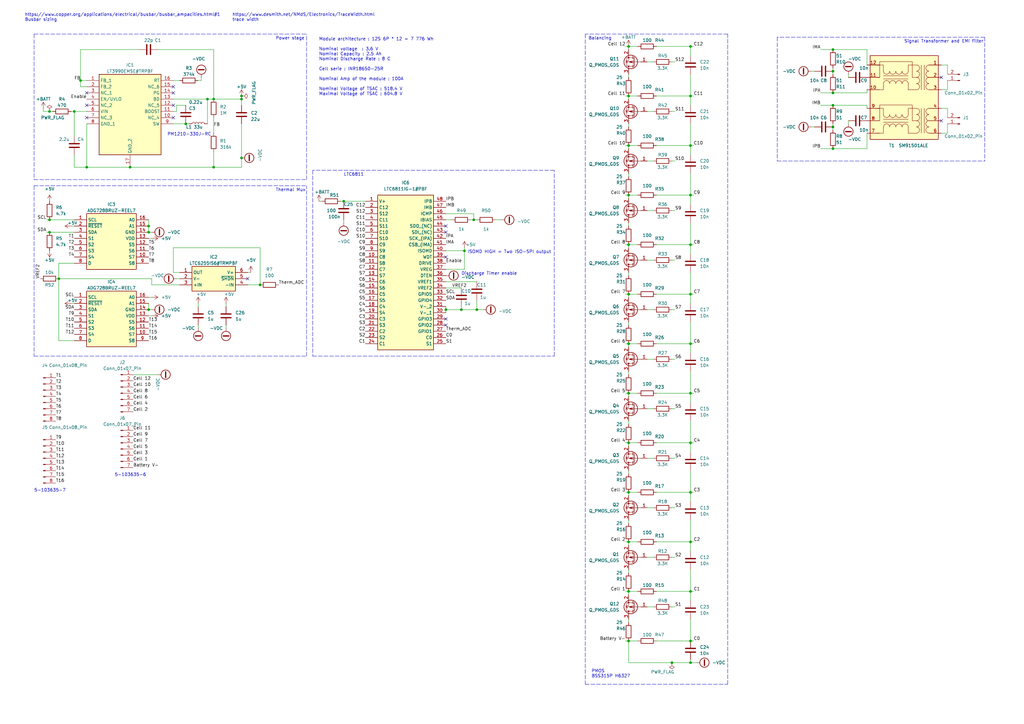
<source format=kicad_sch>
(kicad_sch (version 20231120) (generator "eeschema") (generator_version "8.0")
  (paper "A3")
  (junction (at 283.21 262.89))
  (junction (at 35.56 68.58))
  (junction (at 257.81 262.89))
  (junction (at 190.5 102.87))
  (junction (at 20.32 90.17))
  (junction (at 85.09 40.64))
  (junction (at 341.63 60.96))
  (junction (at 53.34 68.58))
  (junction (at 341.63 20.32))
  (junction (at 257.81 181.61))
  (junction (at 33.02 33.02))
  (junction (at 283.21 100.33))
  (junction (at 283.21 271.78))
  (junction (at 257.81 100.33))
  (junction (at 140.97 82.55))
  (junction (at 283.21 181.61))
  (junction (at 76.2 50.8))
  (junction (at 99.06 64.77))
  (junction (at 106.68 116.84))
  (junction (at 257.81 59.69))
  (junction (at 283.21 222.25))
  (junction (at 60.96 92.71))
  (junction (at 283.21 201.93))
  (junction (at 283.21 140.97))
  (junction (at 30.48 45.72))
  (junction (at 87.63 68.58))
  (junction (at 189.23 127))
  (junction (at 275.59 271.78))
  (junction (at 257.81 242.57))
  (junction (at 20.32 95.25))
  (junction (at 341.63 38.1))
  (junction (at 257.81 19.05))
  (junction (at 341.63 52.07))
  (junction (at 24.13 114.3))
  (junction (at 257.81 161.29))
  (junction (at 60.96 95.25))
  (junction (at 99.06 39.37))
  (junction (at 20.32 45.72))
  (junction (at 60.96 127))
  (junction (at 257.81 120.65))
  (junction (at 283.21 80.01))
  (junction (at 182.88 127))
  (junction (at 283.21 120.65))
  (junction (at 283.21 19.05))
  (junction (at 87.63 40.64))
  (junction (at 257.81 201.93))
  (junction (at 195.58 127))
  (junction (at 194.31 90.17))
  (junction (at 99.06 40.64))
  (junction (at 341.63 29.21))
  (junction (at 257.81 80.01))
  (junction (at 283.21 161.29))
  (junction (at 283.21 39.37))
  (junction (at 257.81 140.97))
  (junction (at 257.81 39.37))
  (junction (at 283.21 242.57))
  (junction (at 283.21 59.69))
  (junction (at 341.63 43.18))
  (junction (at 257.81 222.25))
  (no_connect (at 182.88 105.41))
  (no_connect (at 71.12 38.1))
  (no_connect (at 386.08 49.53))
  (no_connect (at 35.56 43.18))
  (no_connect (at 71.12 43.18))
  (no_connect (at 182.88 95.25))
  (no_connect (at 182.88 130.81))
  (no_connect (at 182.88 92.71))
  (no_connect (at 182.88 133.35))
  (no_connect (at 386.08 31.75))
  (no_connect (at 35.56 38.1))
  (no_connect (at 71.12 35.56))
  (no_connect (at 35.56 48.26))
  (no_connect (at 71.12 48.26))
  (no_connect (at 101.6 114.3))
  (wire (pts (xy 388.62 54.61) (xy 386.08 54.61)))
  (wire (pts (xy 82.55 31.75) (xy 82.55 33.02)))
  (wire (pts (xy 276.86 106.68) (xy 275.59 106.68)))
  (wire (pts (xy 265.43 106.68) (xy 267.97 106.68)))
  (wire (pts (xy 194.31 90.17) (xy 195.58 90.17)))
  (wire (pts (xy 85.09 40.64) (xy 85.09 50.8)))
  (wire (pts (xy 72.39 114.3) (xy 73.66 114.3)))
  (wire (pts (xy 283.21 201.93) (xy 283.21 205.74)))
  (polyline (pts (xy 240.03 280.67) (xy 298.45 280.67)) (stroke (width 0) (type dash)))
  (wire (pts (xy 33.02 20.32) (xy 33.02 33.02)))
  (wire (pts (xy 283.21 30.48) (xy 283.21 39.37)))
  (wire (pts (xy 283.21 262.89) (xy 284.48 262.89)))
  (wire (pts (xy 20.32 95.25) (xy 30.48 95.25)))
  (wire (pts (xy 257.81 172.72) (xy 257.81 173.99)))
  (wire (pts (xy 92.71 124.46) (xy 92.71 125.73)))
  (wire (pts (xy 347.98 49.53) (xy 347.98 50.8)))
  (wire (pts (xy 62.23 116.84) (xy 62.23 114.3)))
  (wire (pts (xy 60.96 92.71) (xy 60.96 95.25)))
  (wire (pts (xy 24.13 114.3) (xy 24.13 139.7)))
  (wire (pts (xy 265.43 187.96) (xy 267.97 187.96)))
  (wire (pts (xy 257.81 242.57) (xy 261.62 242.57)))
  (wire (pts (xy 257.81 71.12) (xy 257.81 72.39)))
  (wire (pts (xy 265.43 228.6) (xy 267.97 228.6)))
  (wire (pts (xy 257.81 50.8) (xy 257.81 52.07)))
  (wire (pts (xy 276.86 127) (xy 275.59 127)))
  (wire (pts (xy 257.81 222.25) (xy 261.62 222.25)))
  (wire (pts (xy 283.21 193.04) (xy 283.21 201.93)))
  (wire (pts (xy 257.81 59.69) (xy 261.62 59.69)))
  (wire (pts (xy 189.23 125.73) (xy 189.23 127)))
  (wire (pts (xy 60.96 95.25) (xy 62.23 95.25)))
  (wire (pts (xy 276.86 147.32) (xy 275.59 147.32)))
  (wire (pts (xy 194.31 87.63) (xy 194.31 90.17)))
  (wire (pts (xy 60.96 124.46) (xy 60.96 127)))
  (wire (pts (xy 130.81 82.55) (xy 132.08 82.55)))
  (wire (pts (xy 60.96 127) (xy 62.23 127)))
  (wire (pts (xy 256.54 19.05) (xy 257.81 19.05)))
  (wire (pts (xy 140.97 82.55) (xy 149.86 82.55)))
  (wire (pts (xy 19.05 95.25) (xy 20.32 95.25)))
  (wire (pts (xy 276.86 66.04) (xy 275.59 66.04)))
  (wire (pts (xy 283.21 100.33) (xy 283.21 104.14)))
  (wire (pts (xy 24.13 107.95) (xy 30.48 107.95)))
  (wire (pts (xy 256.54 140.97) (xy 257.81 140.97)))
  (wire (pts (xy 265.43 127) (xy 267.97 127)))
  (wire (pts (xy 73.66 116.84) (xy 62.23 116.84)))
  (wire (pts (xy 71.12 33.02) (xy 73.66 33.02)))
  (polyline (pts (xy 13.97 73.66) (xy 125.73 73.66)) (stroke (width 0) (type dash)))
  (wire (pts (xy 140.97 90.17) (xy 140.97 91.44)))
  (wire (pts (xy 60.96 97.79) (xy 62.23 97.79)))
  (wire (pts (xy 269.24 201.93) (xy 283.21 201.93)))
  (wire (pts (xy 257.81 91.44) (xy 257.81 92.71)))
  (wire (pts (xy 283.21 59.69) (xy 284.48 59.69)))
  (wire (pts (xy 257.81 132.08) (xy 257.81 133.35)))
  (wire (pts (xy 257.81 121.92) (xy 257.81 120.65)))
  (wire (pts (xy 257.81 142.24) (xy 257.81 140.97)))
  (wire (pts (xy 283.21 222.25) (xy 283.21 226.06)))
  (wire (pts (xy 257.81 181.61) (xy 261.62 181.61)))
  (wire (pts (xy 257.81 19.05) (xy 261.62 19.05)))
  (wire (pts (xy 276.86 86.36) (xy 275.59 86.36)))
  (wire (pts (xy 257.81 162.56) (xy 257.81 161.29)))
  (wire (pts (xy 257.81 140.97) (xy 261.62 140.97)))
  (wire (pts (xy 30.48 63.5) (xy 30.48 68.58)))
  (wire (pts (xy 195.58 127) (xy 198.12 127)))
  (wire (pts (xy 182.88 90.17) (xy 185.42 90.17)))
  (wire (pts (xy 283.21 161.29) (xy 284.48 161.29)))
  (wire (pts (xy 341.63 52.07) (xy 341.63 53.34)))
  (polyline (pts (xy 13.97 146.05) (xy 125.73 146.05)) (stroke (width 0) (type dash)))
  (wire (pts (xy 203.2 90.17) (xy 205.74 90.17)))
  (wire (pts (xy 101.6 116.84) (xy 106.68 116.84)))
  (wire (pts (xy 256.54 39.37) (xy 257.81 39.37)))
  (wire (pts (xy 35.56 68.58) (xy 53.34 68.58)))
  (wire (pts (xy 355.6 60.96) (xy 341.63 60.96)))
  (wire (pts (xy 275.59 271.78) (xy 257.81 271.78)))
  (wire (pts (xy 269.24 120.65) (xy 283.21 120.65)))
  (polyline (pts (xy 298.45 13.97) (xy 240.03 13.97)) (stroke (width 0) (type dash)))
  (wire (pts (xy 99.06 43.18) (xy 99.06 40.64)))
  (wire (pts (xy 257.81 193.04) (xy 257.81 194.31)))
  (wire (pts (xy 283.21 140.97) (xy 284.48 140.97)))
  (wire (pts (xy 257.81 201.93) (xy 261.62 201.93)))
  (wire (pts (xy 256.54 120.65) (xy 257.81 120.65)))
  (wire (pts (xy 388.62 36.83) (xy 386.08 36.83)))
  (wire (pts (xy 283.21 50.8) (xy 283.21 59.69)))
  (wire (pts (xy 182.88 110.49) (xy 190.5 110.49)))
  (wire (pts (xy 283.21 140.97) (xy 283.21 144.78)))
  (wire (pts (xy 355.6 54.61) (xy 355.6 60.96)))
  (polyline (pts (xy 227.33 69.85) (xy 128.27 69.85)) (stroke (width 0) (type dash)))
  (wire (pts (xy 269.24 59.69) (xy 283.21 59.69)))
  (wire (pts (xy 283.21 254) (xy 283.21 262.89)))
  (wire (pts (xy 257.81 243.84) (xy 257.81 242.57)))
  (polyline (pts (xy 125.73 146.05) (xy 125.73 76.2)) (stroke (width 0) (type dash)))
  (wire (pts (xy 24.13 114.3) (xy 24.13 107.95)))
  (wire (pts (xy 355.6 38.1) (xy 341.63 38.1)))
  (wire (pts (xy 388.62 50.8) (xy 388.62 54.61)))
  (wire (pts (xy 71.12 40.64) (xy 85.09 40.64)))
  (wire (pts (xy 265.43 66.04) (xy 267.97 66.04)))
  (polyline (pts (xy 240.03 13.97) (xy 240.03 280.67)) (stroke (width 0) (type dash)))
  (wire (pts (xy 283.21 100.33) (xy 284.48 100.33)))
  (wire (pts (xy 24.13 114.3) (xy 62.23 114.3)))
  (wire (pts (xy 336.55 38.1) (xy 341.63 38.1)))
  (polyline (pts (xy 13.97 76.2) (xy 125.73 76.2)) (stroke (width 0) (type dash)))
  (wire (pts (xy 269.24 262.89) (xy 283.21 262.89)))
  (wire (pts (xy 87.63 68.58) (xy 87.63 62.23)))
  (wire (pts (xy 265.43 208.28) (xy 267.97 208.28)))
  (wire (pts (xy 283.21 39.37) (xy 283.21 43.18)))
  (wire (pts (xy 276.86 248.92) (xy 275.59 248.92)))
  (wire (pts (xy 190.5 110.49) (xy 190.5 102.87)))
  (wire (pts (xy 257.81 40.64) (xy 257.81 39.37)))
  (wire (pts (xy 53.34 68.58) (xy 87.63 68.58)))
  (wire (pts (xy 283.21 181.61) (xy 283.21 185.42)))
  (wire (pts (xy 19.05 90.17) (xy 20.32 90.17)))
  (wire (pts (xy 336.55 20.32) (xy 341.63 20.32)))
  (wire (pts (xy 257.81 233.68) (xy 257.81 234.95)))
  (polyline (pts (xy 318.77 15.24) (xy 318.77 66.04)) (stroke (width 0) (type dash)))
  (wire (pts (xy 33.02 35.56) (xy 35.56 35.56)))
  (wire (pts (xy 20.32 90.17) (xy 30.48 90.17)))
  (wire (pts (xy 269.24 19.05) (xy 283.21 19.05)))
  (polyline (pts (xy 13.97 76.2) (xy 13.97 146.05)) (stroke (width 0) (type dash)))
  (wire (pts (xy 388.62 33.02) (xy 388.62 36.83)))
  (wire (pts (xy 182.88 125.73) (xy 182.88 127)))
  (wire (pts (xy 71.12 50.8) (xy 76.2 50.8)))
  (wire (pts (xy 332.74 52.07) (xy 334.01 52.07)))
  (wire (pts (xy 341.63 50.8) (xy 341.63 52.07)))
  (wire (pts (xy 269.24 181.61) (xy 283.21 181.61)))
  (wire (pts (xy 76.2 50.8) (xy 77.47 50.8)))
  (wire (pts (xy 265.43 167.64) (xy 267.97 167.64)))
  (wire (pts (xy 139.7 82.55) (xy 140.97 82.55)))
  (wire (pts (xy 99.06 64.77) (xy 99.06 68.58)))
  (wire (pts (xy 355.6 44.45) (xy 355.6 43.18)))
  (wire (pts (xy 265.43 248.92) (xy 267.97 248.92)))
  (wire (pts (xy 64.77 20.32) (xy 87.63 20.32)))
  (wire (pts (xy 195.58 123.19) (xy 195.58 127)))
  (wire (pts (xy 182.88 102.87) (xy 190.5 102.87)))
  (wire (pts (xy 283.21 19.05) (xy 283.21 22.86)))
  (wire (pts (xy 257.81 213.36) (xy 257.81 214.63)))
  (wire (pts (xy 33.02 33.02) (xy 33.02 35.56)))
  (wire (pts (xy 99.06 40.64) (xy 87.63 40.64)))
  (wire (pts (xy 257.81 271.78) (xy 257.81 262.89)))
  (wire (pts (xy 283.21 120.65) (xy 283.21 124.46)))
  (wire (pts (xy 283.21 222.25) (xy 284.48 222.25)))
  (wire (pts (xy 60.96 129.54) (xy 62.23 129.54)))
  (wire (pts (xy 283.21 161.29) (xy 283.21 165.1)))
  (wire (pts (xy 257.81 152.4) (xy 257.81 153.67)))
  (polyline (pts (xy 403.86 15.24) (xy 318.77 15.24)) (stroke (width 0) (type dash)))
  (wire (pts (xy 355.6 43.18) (xy 341.63 43.18)))
  (wire (pts (xy 257.81 30.48) (xy 257.81 31.75)))
  (wire (pts (xy 99.06 39.37) (xy 99.06 40.64)))
  (polyline (pts (xy 403.86 15.24) (xy 403.86 66.04)) (stroke (width 0) (type dash)))
  (wire (pts (xy 283.21 111.76) (xy 283.21 120.65)))
  (wire (pts (xy 355.6 26.67) (xy 355.6 20.32)))
  (wire (pts (xy 20.32 45.72) (xy 21.59 45.72)))
  (wire (pts (xy 276.86 167.64) (xy 275.59 167.64)))
  (wire (pts (xy 283.21 91.44) (xy 283.21 100.33)))
  (polyline (pts (xy 128.27 146.05) (xy 227.33 146.05)) (stroke (width 0) (type dash)))
  (wire (pts (xy 276.86 208.28) (xy 275.59 208.28)))
  (wire (pts (xy 257.81 80.01) (xy 261.62 80.01)))
  (wire (pts (xy 71.12 101.6) (xy 71.12 111.76)))
  (polyline (pts (xy 318.77 66.04) (xy 403.86 66.04)) (stroke (width 0) (type dash)))
  (wire (pts (xy 35.56 50.8) (xy 35.56 68.58)))
  (wire (pts (xy 341.63 29.21) (xy 341.63 27.94)))
  (wire (pts (xy 257.81 111.76) (xy 257.81 113.03)))
  (wire (pts (xy 283.21 120.65) (xy 284.48 120.65)))
  (wire (pts (xy 257.81 39.37) (xy 261.62 39.37)))
  (wire (pts (xy 269.24 140.97) (xy 283.21 140.97)))
  (wire (pts (xy 257.81 101.6) (xy 257.81 100.33)))
  (wire (pts (xy 283.21 242.57) (xy 283.21 246.38)))
  (wire (pts (xy 388.62 26.67) (xy 386.08 26.67)))
  (wire (pts (xy 256.54 181.61) (xy 257.81 181.61)))
  (wire (pts (xy 265.43 45.72) (xy 267.97 45.72)))
  (wire (pts (xy 189.23 127) (xy 195.58 127)))
  (wire (pts (xy 265.43 147.32) (xy 267.97 147.32)))
  (wire (pts (xy 355.6 36.83) (xy 355.6 38.1)))
  (wire (pts (xy 285.75 271.78) (xy 283.21 271.78)))
  (wire (pts (xy 257.81 100.33) (xy 261.62 100.33)))
  (wire (pts (xy 71.12 45.72) (xy 72.39 45.72)))
  (wire (pts (xy 341.63 30.48) (xy 341.63 29.21)))
  (wire (pts (xy 283.21 271.78) (xy 283.21 270.51)))
  (wire (pts (xy 87.63 68.58) (xy 99.06 68.58)))
  (wire (pts (xy 336.55 43.18) (xy 341.63 43.18)))
  (wire (pts (xy 71.12 111.76) (xy 73.66 111.76)))
  (wire (pts (xy 81.28 33.02) (xy 82.55 33.02)))
  (wire (pts (xy 29.21 124.46) (xy 30.48 124.46)))
  (wire (pts (xy 257.81 262.89) (xy 261.62 262.89)))
  (polyline (pts (xy 13.97 13.97) (xy 13.97 73.66)) (stroke (width 0) (type dash)))
  (wire (pts (xy 256.54 100.33) (xy 257.81 100.33)))
  (wire (pts (xy 355.6 20.32) (xy 341.63 20.32)))
  (wire (pts (xy 283.21 59.69) (xy 283.21 63.5)))
  (wire (pts (xy 106.68 101.6) (xy 71.12 101.6)))
  (wire (pts (xy 30.48 45.72) (xy 35.56 45.72)))
  (wire (pts (xy 283.21 39.37) (xy 284.48 39.37)))
  (wire (pts (xy 17.78 45.72) (xy 20.32 45.72)))
  (wire (pts (xy 60.96 121.92) (xy 62.23 121.92)))
  (wire (pts (xy 283.21 201.93) (xy 284.48 201.93)))
  (wire (pts (xy 283.21 213.36) (xy 283.21 222.25)))
  (wire (pts (xy 283.21 152.4) (xy 283.21 161.29)))
  (wire (pts (xy 182.88 87.63) (xy 194.31 87.63)))
  (polyline (pts (xy 298.45 280.67) (xy 298.45 13.97)) (stroke (width 0) (type dash)))
  (wire (pts (xy 106.68 116.84) (xy 106.68 101.6)))
  (wire (pts (xy 256.54 262.89) (xy 257.81 262.89)))
  (wire (pts (xy 81.28 124.46) (xy 81.28 125.73)))
  (wire (pts (xy 257.81 182.88) (xy 257.81 181.61)))
  (wire (pts (xy 283.21 19.05) (xy 284.48 19.05)))
  (wire (pts (xy 269.24 100.33) (xy 283.21 100.33)))
  (wire (pts (xy 257.81 254) (xy 257.81 255.27)))
  (wire (pts (xy 17.78 44.45) (xy 17.78 45.72)))
  (wire (pts (xy 332.74 29.21) (xy 334.01 29.21)))
  (wire (pts (xy 256.54 222.25) (xy 257.81 222.25)))
  (wire (pts (xy 269.24 161.29) (xy 283.21 161.29)))
  (wire (pts (xy 33.02 33.02) (xy 35.56 33.02)))
  (wire (pts (xy 256.54 201.93) (xy 257.81 201.93)))
  (wire (pts (xy 85.09 40.64) (xy 87.63 40.64)))
  (wire (pts (xy 283.21 80.01) (xy 283.21 83.82)))
  (wire (pts (xy 256.54 59.69) (xy 257.81 59.69)))
  (wire (pts (xy 388.62 44.45) (xy 386.08 44.45)))
  (wire (pts (xy 60.96 90.17) (xy 60.96 92.71)))
  (wire (pts (xy 256.54 161.29) (xy 257.81 161.29)))
  (wire (pts (xy 276.86 25.4) (xy 275.59 25.4)))
  (wire (pts (xy 57.15 20.32) (xy 33.02 20.32)))
  (polyline (pts (xy 125.73 73.66) (xy 125.73 13.97)) (stroke (width 0) (type dash)))
  (wire (pts (xy 283.21 242.57) (xy 284.48 242.57)))
  (wire (pts (xy 81.28 133.35) (xy 81.28 134.62)))
  (wire (pts (xy 193.04 90.17) (xy 194.31 90.17)))
  (wire (pts (xy 29.21 92.71) (xy 30.48 92.71)))
  (polyline (pts (xy 13.97 13.97) (xy 125.73 13.97)) (stroke (width 0) (type dash)))
  (wire (pts (xy 276.86 45.72) (xy 275.59 45.72)))
  (wire (pts (xy 269.24 80.01) (xy 283.21 80.01)))
  (wire (pts (xy 257.81 81.28) (xy 257.81 80.01)))
  (wire (pts (xy 76.2 43.18) (xy 72.39 43.18)))
  (polyline (pts (xy 227.33 146.05) (xy 227.33 69.85)) (stroke (width 0) (type dash)))
  (wire (pts (xy 283.21 233.68) (xy 283.21 242.57)))
  (wire (pts (xy 283.21 132.08) (xy 283.21 140.97)))
  (wire (pts (xy 87.63 48.26) (xy 87.63 54.61)))
  (wire (pts (xy 283.21 80.01) (xy 284.48 80.01)))
  (wire (pts (xy 283.21 271.78) (xy 275.59 271.78)))
  (wire (pts (xy 269.24 242.57) (xy 283.21 242.57)))
  (wire (pts (xy 30.48 68.58) (xy 35.56 68.58)))
  (wire (pts (xy 182.88 115.57) (xy 195.58 115.57)))
  (wire (pts (xy 87.63 20.32) (xy 87.63 40.64)))
  (wire (pts (xy 388.62 30.48) (xy 388.62 26.67)))
  (wire (pts (xy 101.6 111.76) (xy 102.87 111.76)))
  (wire (pts (xy 182.88 127) (xy 182.88 128.27)))
  (wire (pts (xy 99.06 50.8) (xy 99.06 64.77)))
  (wire (pts (xy 276.86 187.96) (xy 275.59 187.96)))
  (wire (pts (xy 257.81 223.52) (xy 257.81 222.25)))
  (wire (pts (xy 182.88 118.11) (xy 189.23 118.11)))
  (wire (pts (xy 190.5 101.6) (xy 190.5 102.87)))
  (wire (pts (xy 256.54 242.57) (xy 257.81 242.57)))
  (wire (pts (xy 54.61 153.67) (xy 64.77 153.67)))
  (wire (pts (xy 276.86 228.6) (xy 275.59 228.6)))
  (wire (pts (xy 92.71 133.35) (xy 92.71 134.62)))
  (wire (pts (xy 269.24 222.25) (xy 283.21 222.25)))
  (wire (pts (xy 72.39 43.18) (xy 72.39 45.72)))
  (wire (pts (xy 347.98 31.75) (xy 347.98 30.48)))
  (wire (pts (xy 283.21 71.12) (xy 283.21 80.01)))
  (wire (pts (xy 30.48 45.72) (xy 30.48 55.88)))
  (wire (pts (xy 257.81 161.29) (xy 261.62 161.29)))
  (wire (pts (xy 257.81 120.65) (xy 261.62 120.65)))
  (wire (pts (xy 269.24 39.37) (xy 283.21 39.37)))
  (wire (pts (xy 265.43 86.36) (xy 267.97 86.36)))
  (wire (pts (xy 182.88 127) (xy 189.23 127)))
  (wire (pts (xy 256.54 80.01) (xy 257.81 80.01)))
  (wire (pts (xy 283.21 181.61) (xy 284.48 181.61)))
  (wire (pts (xy 336.55 60.96) (xy 341.63 60.96)))
  (polyline (pts (xy 128.27 69.85) (xy 128.27 146.05)) (stroke (width 0) (type dash)))
  (wire (pts (xy 29.21 45.72) (xy 30.48 45.72)))
  (wire (pts (xy 257.81 60.96) (xy 257.81 59.69)))
  (wire (pts (xy 283.21 172.72) (xy 283.21 181.61)))
  (wire (pts (xy 257.81 20.32) (xy 257.81 19.05)))
  (wire (pts (xy 257.81 203.2) (xy 257.81 201.93)))
  (wire (pts (xy 388.62 48.26) (xy 388.62 44.45)))
  (wire (pts (xy 30.48 139.7) (xy 24.13 139.7)))
  (wire (pts (xy 265.43 25.4) (xy 267.97 25.4)))
  (text "Module architecture : 12S 6P * 12 = 7 776 Wh\n\nNominal voltage  : 3.6 V \nNominal Capacity : 2.5 Ah\nNominal Discharge Rate : 8 C\n\nCell serie : INR18650-25R\n\nNominal Amp of the module : 100A \n\nNominal Voltage of TSAC : 518.4 V\nMaximal Voltage of TSAC : 604.8 V" (at 130.81 39.37 0) (effects (font (size 1.27 1.27)) (justify left bottom)))
  (text "PMOS \nBSS315P H6327\n" (at 242.57 278.13 0) (effects (font (size 1.27 1.27)) (justify left bottom)))
  (text "PM1210-330J-RC\n" (at 68.58 55.88 0) (effects (font (size 1.27 1.27)) (justify left bottom)))
  (text "Balancing\n" (at 241.3 16.51 0) (effects (font (size 1.27 1.27)) (justify left bottom)))
  (text "Thermal Mux\n" (at 113.03 78.74 0) (effects (font (size 1.27 1.27)) (justify left bottom)))
  (text "Power stage" (at 113.03 16.51 0) (effects (font (size 1.27 1.27)) (justify left bottom)))
  (text "Signal Transformer and EMI filter\n" (at 370.84 17.78 0) (effects (font (size 1.27 1.27)) (justify left bottom)))
  (text "LTC6811" (at 140.97 72.39 0) (effects (font (size 1.27 1.27)) (justify left bottom)))
  (text "https://www.desmith.net/NMdS/Electronics/TraceWidth.html\ntrace width" (at 95.25 8.89 0) (effects (font (size 1.27 1.27)) (justify left bottom)))
  (text "5-103635-7\n" (at 13.97 201.93 0) (effects (font (size 1.27 1.27)) (justify left bottom)))
  (text "https://www.copper.org/applications/electrical/busbar/busbar_ampacities.html#1\nBusbar sizing\n" (at 10.16 8.89 0) (effects (font (size 1.27 1.27)) (justify left bottom)))
  (text "5-103635-6\n" (at 46.99 195.58 0) (effects (font (size 1.27 1.27)) (justify left bottom)))
  (text "ISOMD HIGH = Two ISO-SPI output\n" (at 191.77 104.14 0) (effects (font (size 1.27 1.27)) (justify left bottom)))
  (text "Discharge Timer enable" (at 189.23 113.03 0) (effects (font (size 1.27 1.27)) (justify left bottom)))
  (label "T4" (at 22.86 162.56 0))
  (label "C11" (at 284.48 39.37 0))
  (label "Cell 4" (at 256.54 181.61 180))
  (label "S6" (at 149.86 118.11 180))
  (label "S11" (at 149.86 92.71 180))
  (label "C7" (at 284.48 120.65 0))
  (label "Therm_ADC" (at 114.3 116.84 0))
  (label "Cell 3" (at 54.61 186.69 0))
  (label "Cell 9" (at 54.61 179.07 0))
  (label "T14" (at 60.96 134.62 0))
  (label "Enable" (at 35.56 40.64 180))
  (label "SDA" (at 30.48 127 180))
  (label "S7" (at 149.86 113.03 180))
  (label "Battery V-" (at 256.54 262.89 180))
  (label "C2" (at 149.86 135.89 180))
  (label "Cell 6" (at 54.61 163.83 0))
  (label "FB" (at 33.02 33.02 180))
  (label "C0" (at 182.88 138.43 0))
  (label "C5" (at 149.86 120.65 180))
  (label "S5" (at 149.86 123.19 180))
  (label "C6" (at 149.86 115.57 180))
  (label "C9" (at 284.48 80.01 0))
  (label "Cell 1" (at 256.54 242.57 180))
  (label "S9" (at 276.86 86.36 0))
  (label "S10" (at 276.86 66.04 0))
  (label "T12" (at 30.48 137.16 180))
  (label "SCL" (at 30.48 121.92 180))
  (label "Cell 5" (at 256.54 161.29 180))
  (label "Cell 1" (at 54.61 189.23 0))
  (label "Cell 8" (at 54.61 161.29 0))
  (label "C12" (at 284.48 19.05 0))
  (label "Therm_ADC" (at 182.88 135.89 0))
  (label "Cell 5" (at 54.61 184.15 0))
  (label "Cell 6" (at 256.54 140.97 180))
  (label "Cell 4" (at 54.61 166.37 0))
  (label "T16" (at 60.96 139.7 0))
  (label "S5" (at 276.86 167.64 0))
  (label "S11" (at 276.86 45.72 0))
  (label "C12" (at 149.86 85.09 180))
  (label "Cell 8" (at 256.54 100.33 180))
  (label "Cell 2" (at 256.54 222.25 180))
  (label "T15" (at 60.96 137.16 0))
  (label "S2" (at 276.86 228.6 0))
  (label "Cell 3" (at 256.54 201.93 180))
  (label "Cell 10" (at 54.61 158.75 0))
  (label "S3" (at 276.86 208.28 0))
  (label "IPA" (at 182.88 97.79 0))
  (label "T3" (at 22.86 160.02 0))
  (label "IMB" (at 336.55 43.18 180))
  (label "T7" (at 60.96 105.41 0))
  (label "T1" (at 22.86 154.94 0))
  (label "T11" (at 30.48 134.62 180))
  (label "IMB" (at 182.88 85.09 0))
  (label "T10" (at 30.48 132.08 180))
  (label "T6" (at 22.86 167.64 0))
  (label "S12" (at 149.86 87.63 180))
  (label "C10" (at 284.48 59.69 0))
  (label "S1" (at 276.86 248.92 0))
  (label "C2" (at 284.48 222.25 0))
  (label "IPB" (at 336.55 60.96 180))
  (label "Cell 12" (at 54.61 156.21 0))
  (label "C0" (at 284.48 262.89 0))
  (label "C11" (at 149.86 90.17 180))
  (label "S4" (at 149.86 128.27 180))
  (label "Cell 9" (at 256.54 80.01 180))
  (label "S8" (at 276.86 106.68 0))
  (label "S9" (at 149.86 102.87 180))
  (label "Cell 11" (at 54.61 176.53 0))
  (label "S2" (at 149.86 138.43 180))
  (label "T8" (at 60.96 107.95 0))
  (label "SDA" (at 182.88 123.19 0))
  (label "FB" (at 87.63 52.07 0))
  (label "Cell 11" (at 256.54 39.37 180))
  (label "T4" (at 30.48 105.41 180))
  (label "T13" (at 60.96 132.08 0))
  (label "VREF2" (at 16.51 114.3 90))
  (label "Cell 12" (at 256.54 19.05 180))
  (label "T5" (at 22.86 165.1 0))
  (label "SCL" (at 19.05 90.17 180))
  (label "IPA" (at 336.55 38.1 180))
  (label "Battery V-" (at 54.61 191.77 0))
  (label "C1" (at 284.48 242.57 0))
  (label "T3" (at 30.48 102.87 180))
  (label "T2" (at 22.86 157.48 0))
  (label "T7" (at 22.86 170.18 0))
  (label "SDA" (at 19.05 95.25 180))
  (label "S12" (at 276.86 25.4 0))
  (label "VREF2" (at 185.42 118.11 0))
  (label "T8" (at 22.86 172.72 0))
  (label "S1" (at 182.88 140.97 0))
  (label "C3" (at 284.48 201.93 0))
  (label "T12" (at 22.86 187.96 0))
  (label "S8" (at 149.86 107.95 180))
  (label "C10" (at 149.86 95.25 180))
  (label "SCL" (at 182.88 120.65 0))
  (label "T9" (at 30.48 129.54 180))
  (label "C8" (at 284.48 100.33 0))
  (label "T15" (at 22.86 195.58 0))
  (label "S10" (at 149.86 97.79 180))
  (label "T1" (at 30.48 97.79 180))
  (label "T2" (at 30.48 100.33 180))
  (label "Cell 7" (at 54.61 181.61 0))
  (label "S3" (at 149.86 133.35 180))
  (label "T6" (at 60.96 102.87 0))
  (label "T9" (at 22.86 180.34 0))
  (label "T13" (at 22.86 190.5 0))
  (label "C4" (at 284.48 181.61 0))
  (label "Cell 2" (at 54.61 168.91 0))
  (label "C9" (at 149.86 100.33 180))
  (label "T11" (at 22.86 185.42 0))
  (label "C8" (at 149.86 105.41 180))
  (label "Cell 7" (at 256.54 120.65 180))
  (label "IPB" (at 182.88 82.55 0))
  (label "T14" (at 22.86 193.04 0))
  (label "Cell 10" (at 256.54 59.69 180))
  (label "IMA" (at 336.55 20.32 180))
  (label "C5" (at 284.48 161.29 0))
  (label "C1" (at 149.86 140.97 180))
  (label "Enable" (at 182.88 107.95 0))
  (label "S6" (at 276.86 147.32 0))
  (label "C4" (at 149.86 125.73 180))
  (label "IMA" (at 182.88 100.33 0))
  (label "C3" (at 149.86 130.81 180))
  (label "S7" (at 276.86 127 0))
  (label "T16" (at 22.86 198.12 0))
  (label "T5" (at 60.96 100.33 0))
  (label "C6" (at 284.48 140.97 0))
  (label "C7" (at 149.86 110.49 180))
  (label "S4" (at 276.86 187.96 0))
  (label "T10" (at 22.86 182.88 0))
  (symbol (lib_id "Device:Q_PMOS_GSD") (at 260.35 127 180) (unit 1)
    (property "Reference" "Q6" (at 254 125.73 0) (effects (justify left)))
    (property "Value" "Q_PMOS_GDS" (at 254 128.27 0) (effects (justify left)))
    (property "Footprint" "EPSA:SOT-23-3" (effects (hide yes)))
  )
  (symbol (lib_id "Device:C") (at 351.79 49.53 90) (unit 1)
    (property "Reference" "C7" (at 354.33 48.26 90))
    (property "Value" "10n" (at 354.33 53.34 90))
    (property "Footprint" "Capacitor_SMD:C_0805_2012Metric_Pad1.18x1.45mm_HandSolder" (effects (hide yes)))
  )
  (symbol (lib_id "EPSA_lib:LTC6255IS6#TRMPBF") (at 73.66 111.76 0) (unit 1)
    (property "Reference" "IC2" (at 87.63 105.41 0))
    (property "Value" "LTC6255IS6#TRMPBF" (at 87.63 107.95 0))
    (property "Footprint" "EPSA:SOT95P280X100-6N" (effects (hide yes)))
    (property "Datasheet" "http://www.analog.com/media/en/technical-documentation/data-sheets/625567fd.pdf" (effects (hide yes)))
    (property "Description" "A remplacer par MAX4239AUT+T (voir LIB)" (effects (hide yes)))
    (property "Height" "1" (effects (hide yes)))
    (property "Mouser Part Number" "584-LTC6255IS6TRMPBF" (effects (hide yes)))
    (property "Mouser Price/Stock" "https://www.mouser.co.uk/ProductDetail/Analog-Devices/LTC6255IS6TRMPBF?qs=hVkxg5c3xu%252BM0aXXLk0hVA%3D%3D" (effects (hide yes)))
    (property "Manufacturer_Name" "Analog Devices" (effects (hide yes)))
    (property "Manufacturer_Part_Number" "LTC6255IS6#TRMPBF" (effects (hide yes)))
  )
  (symbol (lib_id "power:+5V") (at 29.21 92.71 90) (unit 1)
    (property "Reference" "#PWR014" (effects (hide yes)))
    (property "Value" "+5V" (at 31.75 91.44 90) (effects (justify left)))
  )
  (symbol (lib_id "power:-VDC") (at 347.98 50.8 180) (unit 1)
    (property "Reference" "#PWR023" (effects (hide yes)))
    (property "Value" "-VDC" (at 350.52 57.15 0))
  )
  (symbol (lib_id "Device:R") (at 265.43 59.69 90) (unit 1)
    (property "Reference" "R38" (at 270.51 57.15 90))
    (property "Value" "100" (at 265.43 55.88 90))
    (property "Footprint" "Resistor_SMD:R_1206_3216Metric_Pad1.30x1.75mm_HandSolder" (effects (hide yes)))
  )
  (symbol (lib_id "Device:R") (at 257.81 157.48 180) (unit 1)
    (property "Reference" "R25" (at 252.73 156.21 0) (effects (justify right)))
    (property "Value" "25" (at 252.73 153.67 0) (effects (justify right)))
    (property "Footprint" "Resistor_SMD:R_2512_6332Metric_Pad1.40x3.35mm_HandSolder" (effects (hide yes)))
    (property "Description" "RC2512FK-0724RL " (effects (hide yes)))
  )
  (symbol (lib_id "Device:R") (at 271.78 167.64 90) (unit 1)
    (property "Reference" "R24" (at 271.78 165.1 90))
    (property "Value" "3.3K" (at 271.78 170.18 90))
    (property "Footprint" "Resistor_SMD:R_1206_3216Metric_Pad1.30x1.75mm_HandSolder" (effects (hide yes)))
  )
  (symbol (lib_id "Device:R") (at 271.78 248.92 90) (unit 1)
    (property "Reference" "R48" (at 271.78 246.38 90))
    (property "Value" "3.3K" (at 271.78 251.46 90))
    (property "Footprint" "Resistor_SMD:R_1206_3216Metric_Pad1.30x1.75mm_HandSolder" (effects (hide yes)))
  )
  (symbol (lib_id "power:+5V") (at 62.23 97.79 270) (unit 1)
    (property "Reference" "#PWR011" (effects (hide yes)))
    (property "Value" "+5V" (at 66.04 97.79 90) (effects (justify left)))
  )
  (symbol (lib_id "Device:C") (at 283.21 26.67 0) (unit 1)
    (property "Reference" "C22" (at 287.02 25.4 0) (effects (justify left)))
    (property "Value" "10n" (at 287.02 27.94 0) (effects (justify left)))
    (property "Footprint" "Capacitor_SMD:C_0805_2012Metric_Pad1.18x1.45mm_HandSolder" (effects (hide yes)))
  )
  (symbol (lib_id "Device:R") (at 265.43 181.61 90) (unit 1)
    (property "Reference" "R20" (at 270.51 179.07 90))
    (property "Value" "100" (at 265.43 177.8 90))
    (property "Footprint" "Resistor_SMD:R_1206_3216Metric_Pad1.30x1.75mm_HandSolder" (effects (hide yes)))
  )
  (symbol (lib_id "Device:R") (at 265.43 242.57 90) (unit 1)
    (property "Reference" "R15" (at 270.51 240.03 90))
    (property "Value" "100" (at 265.43 240.03 90))
    (property "Footprint" "Resistor_SMD:R_1206_3216Metric_Pad1.30x1.75mm_HandSolder" (effects (hide yes)))
  )
  (symbol (lib_id "Connector:Conn_01x02_Pin") (at 393.7 50.8 180) (unit 1)
    (property "Reference" "J1" (at 394.97 48.26 0) (effects (justify right)))
    (property "Value" "Conn_01x02_Pin" (at 387.35 55.88 0) (effects (justify right)))
    (property "Footprint" "EPSA:RHDR2W97P0X254_1X2_654X508X1379P" (effects (hide yes)))
  )
  (symbol (lib_id "Device:R") (at 265.43 100.33 90) (unit 1)
    (property "Reference" "R32" (at 270.51 97.79 90))
    (property "Value" "100" (at 265.43 96.52 90))
    (property "Footprint" "Resistor_SMD:R_1206_3216Metric_Pad1.30x1.75mm_HandSolder" (effects (hide yes)))
  )
  (symbol (lib_id "Device:R") (at 265.43 39.37 90) (unit 1)
    (property "Reference" "R41" (at 270.51 36.83 90))
    (property "Value" "100" (at 265.43 35.56 90))
    (property "Footprint" "Resistor_SMD:R_1206_3216Metric_Pad1.30x1.75mm_HandSolder" (effects (hide yes)))
  )
  (symbol (lib_id "Device:R") (at 271.78 25.4 90) (unit 1)
    (property "Reference" "R45" (at 271.78 22.86 90))
    (property "Value" "3.3K" (at 271.78 27.94 90))
    (property "Footprint" "Resistor_SMD:R_1206_3216Metric_Pad1.30x1.75mm_HandSolder" (effects (hide yes)))
  )
  (symbol (lib_id "power:-VDC") (at 92.71 134.62 180) (unit 1)
    (property "Reference" "#PWR031" (effects (hide yes)))
    (property "Value" "-VDC" (at 91.44 134.62 0) (effects (justify left)))
  )
  (symbol (lib_id "Device:R") (at 341.63 34.29 0) (mirror y) (unit 1)
    (property "Reference" "R11" (at 342.9 35.56 0) (effects (justify right)))
    (property "Value" "51" (at 342.9 33.02 0) (effects (justify right)))
    (property "Footprint" "Resistor_SMD:R_1206_3216Metric_Pad1.30x1.75mm_HandSolder" (effects (hide yes)))
  )
  (symbol (lib_id "power:+BATT") (at 130.81 82.55 0) (unit 1)
    (property "Reference" "#PWR030" (effects (hide yes)))
    (property "Value" "+BATT" (at 132.08 78.74 0))
  )
  (symbol (lib_id "Device:Q_PMOS_GSD") (at 260.35 228.6 180) (unit 1)
    (property "Reference" "Q1" (at 254 227.33 0) (effects (justify left)))
    (property "Value" "Q_PMOS_GDS" (at 254 229.87 0) (effects (justify left)))
    (property "Footprint" "EPSA:SOT-23-3" (effects (hide yes)))
  )
  (symbol (lib_id "Device:L") (at 81.28 50.8 90) (unit 1)
    (property "Reference" "L1" (at 77.47 52.07 90))
    (property "Value" "33u" (at 81.28 52.07 90))
    (property "Footprint" "Inductor_SMD:L_1210_3225Metric_Pad1.42x2.65mm_HandSolder" (effects (hide yes)))
  )
  (symbol (lib_id "Device:R") (at 265.43 80.01 90) (unit 1)
    (property "Reference" "R35" (at 270.51 77.47 90))
    (property "Value" "100" (at 265.43 76.2 90))
    (property "Footprint" "Resistor_SMD:R_1206_3216Metric_Pad1.30x1.75mm_HandSolder" (effects (hide yes)))
  )
  (symbol (lib_id "power:-VDC") (at 72.39 114.3 90) (unit 1)
    (property "Reference" "#PWR015" (effects (hide yes)))
    (property "Value" "-VDC" (at 67.31 113.03 90) (effects (justify left)))
  )
  (symbol (lib_id "Device:C") (at 60.96 20.32 90) (unit 1)
    (property "Reference" "C1" (at 64.77 16.51 90))
    (property "Value" "22p" (at 60.96 16.51 90))
    (property "Footprint" "Capacitor_SMD:C_0805_2012Metric_Pad1.18x1.45mm_HandSolder" (effects (hide yes)))
  )
  (symbol (lib_id "Device:C") (at 81.28 129.54 0) (unit 1)
    (property "Reference" "C5" (at 85.09 128.27 0) (effects (justify left)))
    (property "Value" "1u" (at 85.09 130.81 0) (effects (justify left)))
    (property "Footprint" "Capacitor_SMD:C_0805_2012Metric_Pad1.18x1.45mm_HandSolder" (effects (hide yes)))
  )
  (symbol (lib_id "Device:R") (at 110.49 116.84 90) (unit 1)
    (property "Reference" "R7" (at 110.49 110.49 90))
    (property "Value" "100" (at 110.49 113.03 90))
    (property "Footprint" "Resistor_SMD:R_1206_3216Metric_Pad1.30x1.75mm_HandSolder" (effects (hide yes)))
  )
  (symbol (lib_id "Device:R") (at 265.43 120.65 90) (unit 1)
    (property "Reference" "R29" (at 270.51 118.11 90))
    (property "Value" "100" (at 265.43 116.84 90))
    (property "Footprint" "Resistor_SMD:R_1206_3216Metric_Pad1.30x1.75mm_HandSolder" (effects (hide yes)))
  )
  (symbol (lib_id "power:-VDC") (at 205.74 90.17 270) (unit 1)
    (property "Reference" "#PWR027" (effects (hide yes)))
    (property "Value" "-VDC" (at 212.09 90.805 90) (effects (justify left)))
  )
  (symbol (lib_id "Device:R") (at 257.81 177.8 180) (unit 1)
    (property "Reference" "R22" (at 252.73 176.53 0) (effects (justify right)))
    (property "Value" "25" (at 252.73 173.99 0) (effects (justify right)))
    (property "Footprint" "Resistor_SMD:R_2512_6332Metric_Pad1.40x3.35mm_HandSolder" (effects (hide yes)))
    (property "Description" "RC2512FK-0724RL " (effects (hide yes)))
  )
  (symbol (lib_id "Device:R") (at 265.43 19.05 90) (unit 1)
    (property "Reference" "R44" (at 270.51 16.51 90))
    (property "Value" "100" (at 265.43 16.51 90))
    (property "Footprint" "Resistor_SMD:R_1206_3216Metric_Pad1.30x1.75mm_HandSolder" (effects (hide yes)))
  )
  (symbol (lib_id "Connector:Conn_01x07_Pin") (at 49.53 184.15 0) (unit 1)
    (property "Reference" "J6" (at 50.165 171.45 0))
    (property "Value" "Conn_01x07_Pin" (at 50.165 173.99 0))
    (property "Footprint" "EPSA:SHDRRA7W77P0X254_1X7_2032X1359X699P" (effects (hide yes)))
  )
  (symbol (lib_id "Device:C") (at 283.21 46.99 0) (unit 1)
    (property "Reference" "C21" (at 287.02 45.72 0) (effects (justify left)))
    (property "Value" "10n" (at 287.02 48.26 0) (effects (justify left)))
    (property "Footprint" "Capacitor_SMD:C_0805_2012Metric_Pad1.18x1.45mm_HandSolder" (effects (hide yes)))
  )
  (symbol (lib_id "power:PWR_FLAG") (at 275.59 271.78 180) (unit 1)
    (property "Reference" "#FLG03" (effects (hide yes)))
    (property "Value" "PWR_FLAG" (at 271.78 275.59 0))
  )
  (symbol (lib_id "Device:R") (at 271.78 187.96 90) (unit 1)
    (property "Reference" "R21" (at 271.78 185.42 90))
    (property "Value" "3.3K" (at 271.78 190.5 90))
    (property "Footprint" "Resistor_SMD:R_1206_3216Metric_Pad1.30x1.75mm_HandSolder" (effects (hide yes)))
  )
  (symbol (lib_id "Device:R") (at 257.81 96.52 180) (unit 1)
    (property "Reference" "R34" (at 252.73 95.25 0) (effects (justify right)))
    (property "Value" "25" (at 252.73 92.71 0) (effects (justify right)))
    (property "Footprint" "Resistor_SMD:R_2512_6332Metric_Pad1.40x3.35mm_HandSolder" (effects (hide yes)))
    (property "Description" "RC2512FK-0724RL " (effects (hide yes)))
  )
  (symbol (lib_id "power:+5V") (at 29.21 124.46 90) (unit 1)
    (property "Reference" "#PWR013" (effects (hide yes)))
    (property "Value" "+5V" (at 31.75 123.19 90) (effects (justify left)))
  )
  (symbol (lib_id "Device:C") (at 337.82 52.07 90) (unit 1)
    (property "Reference" "C6" (at 337.82 48.26 90))
    (property "Value" "10n" (at 334.01 48.26 90))
    (property "Footprint" "Capacitor_SMD:C_0805_2012Metric_Pad1.18x1.45mm_HandSolder" (effects (hide yes)))
  )
  (symbol (lib_id "Device:C") (at 76.2 46.99 180) (unit 1)
    (property "Reference" "C3" (at 77.47 44.45 0) (effects (justify right)))
    (property "Value" "0.22u" (at 77.47 41.91 0) (effects (justify right)))
    (property "Footprint" "Capacitor_SMD:C_0805_2012Metric_Pad1.18x1.45mm_HandSolder" (effects (hide yes)))
  )
  (symbol (lib_id "power:-VDC") (at 64.77 153.67 270) (unit 1)
    (property "Reference" "#PWR032" (effects (hide yes)))
    (property "Value" "-VDC" (at 64.77 154.94 0) (effects (justify left)))
  )
  (symbol (lib_id "Device:R") (at 271.78 45.72 90) (unit 1)
    (property "Reference" "R42" (at 271.78 43.18 90))
    (property "Value" "3.3K" (at 271.78 48.26 90))
    (property "Footprint" "Resistor_SMD:R_1206_3216Metric_Pad1.30x1.75mm_HandSolder" (effects (hide yes)))
  )
  (symbol (lib_id "power:-VDC") (at 62.23 127 270) (unit 1)
    (property "Reference" "#PWR09" (effects (hide yes)))
    (property "Value" "-VDC" (at 68.58 127 90) (effects (justify left)))
  )
  (symbol (lib_id "Device:R") (at 25.4 45.72 90) (unit 1)
    (property "Reference" "R4" (at 25.4 40.64 90))
    (property "Value" "470" (at 25.4 43.18 90))
    (property "Footprint" "Resistor_SMD:R_1206_3216Metric_Pad1.30x1.75mm_HandSolder" (effects (hide yes)))
  )
  (symbol (lib_id "Device:R") (at 271.78 86.36 90) (unit 1)
    (property "Reference" "R36" (at 271.78 83.82 90))
    (property "Value" "3.3K" (at 271.78 88.9 90))
    (property "Footprint" "Resistor_SMD:R_1206_3216Metric_Pad1.30x1.75mm_HandSolder" (effects (hide yes)))
  )
  (symbol (lib_id "Device:Q_PMOS_GSD") (at 260.35 147.32 180) (unit 1)
    (property "Reference" "Q5" (at 254 146.05 0) (effects (justify left)))
    (property "Value" "Q_PMOS_GDS" (at 254 148.59 0) (effects (justify left)))
    (property "Footprint" "EPSA:SOT-23-3" (effects (hide yes)))
  )
  (symbol (lib_id "Device:C") (at 99.06 46.99 180) (unit 1)
    (property "Reference" "C2" (at 102.87 46.355 0) (effects (justify right)))
    (property "Value" "22u" (at 102.87 48.895 0) (effects (justify right)))
    (property "Footprint" "Capacitor_SMD:C_0805_2012Metric_Pad1.18x1.45mm_HandSolder" (effects (hide yes)))
  )
  (symbol (lib_id "Device:Q_PMOS_GSD") (at 260.35 106.68 180) (unit 1)
    (property "Reference" "Q7" (at 254 105.41 0) (effects (justify left)))
    (property "Value" "Q_PMOS_GDS" (at 254 107.95 0) (effects (justify left)))
    (property "Footprint" "EPSA:SOT-23-3" (effects (hide yes)))
  )
  (symbol (lib_id "Device:Q_PMOS_GSD") (at 260.35 86.36 180) (unit 1)
    (property "Reference" "Q8" (at 254 85.09 0) (effects (justify left)))
    (property "Value" "Q_PMOS_GDS" (at 254 87.63 0) (effects (justify left)))
    (property "Footprint" "EPSA:SOT-23-3" (effects (hide yes)))
  )
  (symbol (lib_id "Device:R") (at 257.81 76.2 180) (unit 1)
    (property "Reference" "R37" (at 252.73 74.93 0) (effects (justify right)))
    (property "Value" "25" (at 252.73 72.39 0) (effects (justify right)))
    (property "Footprint" "Resistor_SMD:R_2512_6332Metric_Pad1.40x3.35mm_HandSolder" (effects (hide yes)))
    (property "Description" "RC2512FK-0724RL " (effects (hide yes)))
  )
  (symbol (lib_id "Device:Q_PMOS_GSD") (at 260.35 45.72 180) (unit 1)
    (property "Reference" "Q10" (at 254 44.45 0) (effects (justify left)))
    (property "Value" "Q_PMOS_GDS" (at 254 46.99 0) (effects (justify left)))
    (property "Footprint" "EPSA:SOT-23-3" (effects (hide yes)))
  )
  (symbol (lib_id "Device:R") (at 265.43 161.29 90) (unit 1)
    (property "Reference" "R23" (at 270.51 158.75 90))
    (property "Value" "100" (at 265.43 157.48 90))
    (property "Footprint" "Resistor_SMD:R_1206_3216Metric_Pad1.30x1.75mm_HandSolder" (effects (hide yes)))
  )
  (symbol (lib_id "Device:R") (at 257.81 116.84 180) (unit 1)
    (property "Reference" "R31" (at 252.73 115.57 0) (effects (justify right)))
    (property "Value" "25" (at 252.73 113.03 0) (effects (justify right)))
    (property "Footprint" "Resistor_SMD:R_2512_6332Metric_Pad1.40x3.35mm_HandSolder" (effects (hide yes)))
    (property "Description" "RC2512FK-0724RL " (effects (hide yes)))
  )
  (symbol (lib_id "Device:R") (at 341.63 24.13 0) (mirror y) (unit 1)
    (property "Reference" "R10" (at 342.9 25.4 0) (effects (justify right)))
    (property "Value" "51" (at 342.9 22.86 0) (effects (justify right)))
    (property "Footprint" "Resistor_SMD:R_1206_3216Metric_Pad1.30x1.75mm_HandSolder" (effects (hide yes)))
  )
  (symbol (lib_id "Device:C") (at 189.23 121.92 0) (unit 1)
    (property "Reference" "C10" (at 189.23 119.38 0) (effects (justify left)))
    (property "Value" "1u" (at 190.5 124.46 0) (effects (justify left)))
    (property "Footprint" "Capacitor_SMD:C_0805_2012Metric_Pad1.18x1.45mm_HandSolder" (effects (hide yes)))
  )
  (symbol (lib_id "Device:R") (at 341.63 46.99 180) (unit 1)
    (property "Reference" "R9" (at 342.9 45.72 0) (effects (justify right)))
    (property "Value" "51" (at 342.9 48.26 0) (effects (justify right)))
    (property "Footprint" "Resistor_SMD:R_1206_3216Metric_Pad1.30x1.75mm_HandSolder" (effects (hide yes)))
  )
  (symbol (lib_id "power:+BATT") (at 257.81 19.05 0) (unit 1)
    (property "Reference" "#PWR026" (effects (hide yes)))
    (property "Value" "+BATT" (at 257.81 15.24 0))
  )
  (symbol (lib_id "Device:R") (at 271.78 127 90) (unit 1)
    (property "Reference" "R30" (at 271.78 124.46 90))
    (property "Value" "3.3K" (at 271.78 129.54 90))
    (property "Footprint" "Resistor_SMD:R_1206_3216Metric_Pad1.30x1.75mm_HandSolder" (effects (hide yes)))
  )
  (symbol (lib_id "Device:R") (at 87.63 44.45 0) (unit 1)
    (property "Reference" "R2" (at 90.17 43.815 0) (effects (justify left)))
    (property "Value" "1M" (at 90.17 46.355 0) (effects (justify left)))
    (property "Footprint" "Resistor_SMD:R_1206_3216Metric_Pad1.30x1.75mm_HandSolder" (effects (hide yes)))
  )
  (symbol (lib_id "Device:R") (at 20.32 114.3 90) (unit 1)
    (property "Reference" "R52" (at 20.32 116.84 90))
    (property "Value" "10k" (at 20.32 111.76 90))
    (property "Footprint" "Resistor_SMD:R_1206_3216Metric_Pad1.30x1.75mm_HandSolder" (effects (hide yes)))
  )
  (symbol (lib_id "Device:R") (at 265.43 262.89 90) (unit 1)
    (property "Reference" "R47" (at 270.51 260.35 90))
    (property "Value" "100" (at 265.43 260.35 90))
    (property "Footprint" "Resistor_SMD:R_1206_3216Metric_Pad1.30x1.75mm_HandSolder" (effects (hide yes)))
  )
  (symbol (lib_id "power:-VDC") (at 332.74 29.21 90) (mirror x) (unit 1)
    (property "Reference" "#PWR024" (effects (hide yes)))
    (property "Value" "-VDC" (at 326.39 29.21 90) (effects (justify left)))
  )
  (symbol (lib_id "Connector:Conn_01x08_Pin") (at 17.78 162.56 0) (unit 1)
    (property "Reference" "J4" (at 18.415 149.86 0))
    (property "Value" "Conn_01x08_Pin" (at 27.94 149.86 0))
    (property "Footprint" "EPSA:SHDRRA9W69P0X254_1X9_2527X1359X741P" (effects (hide yes)))
    (property "Description" "Generic connector, single row, 01x08, script generated" (effects (hide yes)))
  )
  (symbol (lib_id "Device:Q_PMOS_GSD") (at 260.35 167.64 180) (unit 1)
    (property "Reference" "Q4" (at 254 166.37 0) (effects (justify left)))
    (property "Value" "Q_PMOS_GDS" (at 254 168.91 0) (effects (justify left)))
    (property "Footprint" "EPSA:SOT-23-3" (effects (hide yes)))
  )
  (symbol (lib_id "Device:R") (at 265.43 222.25 90) (unit 1)
    (property "Reference" "R13" (at 270.51 219.71 90))
    (property "Value" "100" (at 265.43 218.44 90))
    (property "Footprint" "Resistor_SMD:R_1206_3216Metric_Pad1.30x1.75mm_HandSolder" (effects (hide yes)))
  )
  (symbol (lib_id "power:+5V") (at 190.5 101.6 0) (unit 1)
    (property "Reference" "#PWR05" (effects (hide yes)))
    (property "Value" "+5V" (at 193.04 100.33 0))
  )
  (symbol (lib_id "power:+5V") (at 62.23 129.54 270) (unit 1)
    (property "Reference" "#PWR010" (effects (hide yes)))
    (property "Value" "+5V" (at 66.04 129.54 90) (effects (justify left)))
  )
  (symbol (lib_id "power:-VDC") (at 285.75 271.78 270) (unit 1)
    (property "Reference" "#PWR08" (effects (hide yes)))
    (property "Value" "-VDC" (at 292.1 271.78 90) (effects (justify left)))
  )
  (symbol (lib_id "Device:R") (at 87.63 58.42 0) (unit 1)
    (property "Reference" "R1" (at 90.17 57.785 0) (effects (justify left)))
    (property "Value" "316k" (at 90.17 60.325 0) (effects (justify left)))
    (property "Footprint" "Resistor_SMD:R_1206_3216Metric_Pad1.30x1.75mm_HandSolder" (effects (hide yes)))
  )
  (symbol (lib_id "Device:C") (at 283.21 87.63 0) (unit 1)
    (property "Reference" "C19" (at 287.02 86.36 0) (effects (justify left)))
    (property "Value" "10n" (at 287.02 88.9 0) (effects (justify left)))
    (property "Footprint" "Capacitor_SMD:C_0805_2012Metric_Pad1.18x1.45mm_HandSolder" (effects (hide yes)))
  )
  (symbol (lib_id "Device:C") (at 351.79 31.75 90) (mirror x) (unit 1)
    (property "Reference" "C9" (at 354.33 33.02 90))
    (property "Value" "10n" (at 354.33 27.94 90))
    (property "Footprint" "Capacitor_SMD:C_0805_2012Metric_Pad1.18x1.45mm_HandSolder" (effects (hide yes)))
  )
  (symbol (lib_id "Device:R") (at 257.81 238.76 180) (unit 1)
    (property "Reference" "R14" (at 252.73 237.49 0) (effects (justify right)))
    (property "Value" "25" (at 252.73 234.95 0) (effects (justify right)))
    (property "Footprint" "Resistor_SMD:R_2512_6332Metric_Pad1.40x3.35mm_HandSolder" (effects (hide yes)))
    (property "Description" "RC2512FK-0724RL " (effects (hide yes)))
  )
  (symbol (lib_id "Device:R") (at 257.81 35.56 180) (unit 1)
    (property "Reference" "R43" (at 252.73 34.29 0) (effects (justify right)))
    (property "Value" "25" (at 252.73 31.75 0) (effects (justify right)))
    (property "Footprint" "Resistor_SMD:R_2512_6332Metric_Pad1.40x3.35mm_HandSolder" (effects (hide yes)))
    (property "Description" "RC2512FK-0724RL " (effects (hide yes)))
  )
  (symbol (lib_id "power:+5V") (at 20.32 102.87 180) (unit 1)
    (property "Reference" "#PWR018" (effects (hide yes)))
    (property "Value" "+5V" (at 20.32 106.68 0))
  )
  (symbol (lib_id "Device:C") (at 195.58 119.38 0) (unit 1)
    (property "Reference" "C11" (at 195.58 116.84 0) (effects (justify left)))
    (property "Value" "1u" (at 196.85 121.92 0) (effects (justify left)))
    (property "Footprint" "Capacitor_SMD:C_0805_2012Metric_Pad1.18x1.45mm_HandSolder" (effects (hide yes)))
  )
  (symbol (lib_id "Device:R") (at 20.32 86.36 0) (unit 1)
    (property "Reference" "R6" (at 22.86 85.09 0) (effects (justify left)))
    (property "Value" "4.7k" (at 22.86 87.63 0) (effects (justify left)))
    (property "Footprint" "Resistor_SMD:R_1206_3216Metric_Pad1.30x1.75mm_HandSolder" (effects (hide yes)))
  )
  (symbol (lib_id "Device:R") (at 341.63 57.15 180) (unit 1)
    (property "Reference" "R8" (at 342.9 55.88 0) (effects (justify right)))
    (property "Value" "51" (at 342.9 58.42 0) (effects (justify right)))
    (property "Footprint" "Resistor_SMD:R_1206_3216Metric_Pad1.30x1.75mm_HandSolder" (effects (hide yes)))
  )
  (symbol (lib_id "power:PWR_FLAG") (at 99.06 39.37 270) (unit 1)
    (property "Reference" "#FLG02" (effects (hide yes)))
    (property "Value" "PWR_FLAG" (at 104.14 38.1 0))
  )
  (symbol (lib_id "Device:R") (at 199.39 90.17 90) (unit 1)
    (property "Reference" "R50" (at 199.39 86.36 90))
    (property "Value" "1k" (at 199.39 93.98 90))
    (property "Footprint" "Resistor_SMD:R_1206_3216Metric_Pad1.30x1.75mm_HandSolder" (effects (hide yes)))
  )
  (symbol (lib_id "power:+5V") (at 81.28 124.46 0) (unit 1)
    (property "Reference" "#PWR021" (effects (hide yes)))
    (property "Value" "+5V" (at 82.55 120.65 0))
  )
  (symbol (lib_id "Connector:Conn_01x02_Pin") (at 393.7 33.02 180) (unit 1)
    (property "Reference" "J3" (at 394.97 30.48 0) (effects (justify right)))
    (property "Value" "Conn_01x02_Pin" (at 387.35 38.1 0) (effects (justify right)))
    (property "Footprint" "EPSA:RHDR2W97P0X254_1X2_654X508X1379P" (effects (hide yes)))
  )
  (symbol (lib_id "power:-VDC") (at 62.23 95.25 270) (unit 1)
    (property "Reference" "#PWR012" (effects (hide yes)))
    (property "Value" "-VDC" (at 68.58 95.25 90) (effects (justify left)))
  )
  (symbol (lib_id "Device:R") (at 265.43 140.97 90) (unit 1)
    (property "Reference" "R26" (at 270.51 138.43 90))
    (property "Value" "100" (at 265.43 137.16 90))
    (property "Footprint" "Resistor_SMD:R_1206_3216Metric_Pad1.30x1.75mm_HandSolder" (effects (hide yes)))
  )
  (symbol (lib_id "Device:C") (at 140.97 86.36 0) (unit 1)
    (property "Reference" "C25" (at 140.97 83.82 0) (effects (justify left)))
    (property "Value" "100n" (at 134.62 88.9 0) (effects (justify left)))
    (property "Footprint" "Capacitor_SMD:C_0805_2012Metric_Pad1.18x1.45mm_HandSolder" (effects (hide yes)))
  )
  (symbol (lib_id "Device:R") (at 265.43 201.93 90) (unit 1)
    (property "Reference" "R17" (at 270.51 199.39 90))
    (property "Value" "100" (at 265.43 198.12 90))
    (property "Footprint" "Resistor_SMD:R_1206_3216Metric_Pad1.30x1.75mm_HandSolder" (effects (hide yes)))
  )
  (symbol (lib_id "Device:R") (at 257.81 198.12 180) (unit 1)
    (property "Reference" "R19" (at 252.73 196.85 0) (effects (justify right)))
    (property "Value" "25" (at 252.73 194.31 0) (effects (justify right)))
    (property "Footprint" "Resistor_SMD:R_2512_6332Metric_Pad1.40x3.35mm_HandSolder" (effects (hide yes)))
    (property "Description" "RC2512FK-0724RL " (effects (hide yes)))
  )
  (symbol (lib_id "Device:R") (at 271.78 147.32 90) (unit 1)
    (property "Reference" "R27" (at 271.78 144.78 90))
    (property "Value" "3.3K" (at 271.78 149.86 90))
    (property "Footprint" "Resistor_SMD:R_1206_3216Metric_Pad1.30x1.75mm_HandSolder" (effects (hide yes)))
  )
  (symbol (lib_id "Device:C") (at 283.21 67.31 0) (unit 1)
    (property "Reference" "C20" (at 287.02 66.04 0) (effects (justify left)))
    (property "Value" "10n" (at 287.02 68.58 0) (effects (justify left)))
    (property "Footprint" "Capacitor_SMD:C_0805_2012Metric_Pad1.18x1.45mm_HandSolder" (effects (hide yes)))
  )
  (symbol (lib_id "Device:R") (at 257.81 259.08 180) (unit 1)
    (property "Reference" "R46" (at 252.73 257.81 0) (effects (justify right)))
    (property "Value" "25" (at 252.73 255.27 0) (effects (justify right)))
    (property "Footprint" "Resistor_SMD:R_2512_6332Metric_Pad1.40x3.35mm_HandSolder" (effects (hide yes)))
    (property "Description" "RC2512FK-0724RL " (effects (hide yes)))
  )
  (symbol (lib_id "Device:Q_PMOS_GSD") (at 260.35 248.92 180) (unit 1)
    (property "Reference" "Q12" (at 254 247.65 0) (effects (justify left)))
    (property "Value" "Q_PMOS_GDS" (at 254 250.19 0) (effects (justify left)))
    (property "Footprint" "EPSA:SOT-23-3" (effects (hide yes)))
  )
  (symbol (lib_id "power:+5V") (at 20.32 82.55 0) (unit 1)
    (property "Reference" "#PWR017" (effects (hide yes)))
    (property "Value" "+5V" (at 20.32 77.47 0))
  )
  (symbol (lib_id "Device:C") (at 283.21 107.95 0) (unit 1)
    (property "Reference" "C18" (at 287.02 106.68 0) (effects (justify left)))
    (property "Value" "10n" (at 287.02 109.22 0) (effects (justify left)))
    (property "Footprint" "Capacitor_SMD:C_0805_2012Metric_Pad1.18x1.45mm_HandSolder" (effects (hide yes)))
  )
  (symbol (lib_id "Device:C") (at 283.21 168.91 0) (unit 1)
    (property "Reference" "C15" (at 287.02 167.64 0) (effects (justify left)))
    (property "Value" "10n" (at 287.02 170.18 0) (effects (justify left)))
    (property "Footprint" "Capacitor_SMD:C_0805_2012Metric_Pad1.18x1.45mm_HandSolder" (effects (hide yes)))
  )
  (symbol (lib_id "power:-VDC") (at 347.98 30.48 0) (mirror y) (unit 1)
    (property "Reference" "#PWR025" (effects (hide yes)))
    (property "Value" "-VDC" (at 350.52 24.13 0))
  )
  (symbol (lib_id "power:-VDC") (at 99.06 64.77 270) (unit 1)
    (property "Reference" "#PWR07" (effects (hide yes)))
    (property "Value" "-VDC" (at 106.68 60.96 0) (effects (justify left)))
  )
  (symbol (lib_id "Connector:Conn_01x07_Pin") (at 49.53 161.29 0) (unit 1)
    (property "Reference" "J2" (at 50.165 148.59 0))
    (property "Value" "Conn_01x07_Pin" (at 50.165 151.13 0))
    (property "Footprint" "EPSA:SHDRRA7W77P0X254_1X7_2032X1359X699P" (effects (hide yes)))
  )
  (symbol (lib_id "power:-VDC") (at 182.88 113.03 270) (unit 1)
    (property "Reference" "#PWR028" (effects (hide yes)))
    (property "Value" "-VDC" (at 189.23 113.665 90) (effects (justify left)))
  )
  (symbol (lib_id "EPSA_lib:I2C Mux ADG728BRUZ-REEL7") (at 30.48 121.92 0) (unit 1)
    (property "Reference" "IC4" (at 45.72 115.57 0))
    (property "Value" "ADG728BRUZ-REEL7" (at 45.72 118.11 0))
    (property "Footprint" "EPSA:SOP65P640X120-16N" (effects (hide yes)))
    (property "Datasheet" "https://www.analog.com/media/en/technical-documentation/data-sheets/ADG728_729.pdf" (effects (hide yes)))
    (property "Height" "1.2" (effects (hide yes)))
    (property "Mouser Part Number" "584-ADG728BRUZ-R7" (effects (hide yes)))
    (property "Mouser Price/Stock" "https://www.mouser.co.uk/ProductDetail/Analog-Devices/ADG728BRUZ-REEL7?qs=BpaRKvA4VqE46E7f7jsMmw%3D%3D" (effects (hide yes)))
    (property "Manufacturer_Name" "Analog Devices" (effects (hide yes)))
    (property "Manufacturer_Part_Number" "ADG728BRUZ-REEL7" (effects (hide yes)))
  )
  (symbol (lib_id "Device:C") (at 283.21 229.87 0) (unit 1)
    (property "Reference" "C12" (at 287.02 228.6 0) (effects (justify left)))
    (property "Value" "10n" (at 287.02 231.14 0) (effects (justify left)))
    (property "Footprint" "Capacitor_SMD:C_0805_2012Metric_Pad1.18x1.45mm_HandSolder" (effects (hide yes)))
  )
  (symbol (lib_id "EPSA_lib:LT3990EMSE#TRPBF") (at 35.56 33.02 0) (unit 1)
    (property "Reference" "IC1" (at 53.34 26.67 0))
    (property "Value" "LT3990EMSE#TRPBF" (at 53.34 29.21 0))
    (property "Footprint" "EPSA:SOP50P490X110-17N" (effects (hide yes)))
    (property "Datasheet" "https://www.arrow.com/en/products/lt3990emsetrpbf/analog-devices" (effects (hide yes)))
    (property "Height" "1.1" (effects (hide yes)))
    (property "Mouser Part Number" "584-LT3990EMSE#TRPBF" (effects (hide yes)))
    (property "Mouser Price/Stock" "https://www.mouser.co.uk/ProductDetail/Analog-Devices/LT3990EMSETRPBF?qs=hVkxg5c3xu84JUDF%2FgczpA%3D%3D" (effects (hide yes)))
    (property "Manufacturer_Name" "Analog Devices" (effects (hide yes)))
    (property "Manufacturer_Part_Number" "LT3990EMSE#TRPBF" (effects (hide yes)))
  )
  (symbol (lib_id "Device:C") (at 283.21 189.23 0) (unit 1)
    (property "Reference" "C14" (at 287.02 187.96 0) (effects (justify left)))
    (property "Value" "10n" (at 287.02 190.5 0) (effects (justify left)))
    (property "Footprint" "Capacitor_SMD:C_0805_2012Metric_Pad1.18x1.45mm_HandSolder" (effects (hide yes)))
  )
  (symbol (lib_id "Device:R") (at 257.81 137.16 180) (unit 1)
    (property "Reference" "R28" (at 252.73 135.89 0) (effects (justify right)))
    (property "Value" "25" (at 252.73 133.35 0) (effects (justify right)))
    (property "Footprint" "Resistor_SMD:R_2512_6332Metric_Pad1.40x3.35mm_HandSolder" (effects (hide yes)))
    (property "Description" "RC2512FK-0724RL " (effects (hide yes)))
  )
  (symbol (lib_id "power:-VDC") (at 81.28 134.62 180) (unit 1)
    (property "Reference" "#PWR020" (effects (hide yes)))
    (property "Value" "-VDC" (at 80.01 134.62 0) (effects (justify left)))
  )
  (symbol (lib_id "Device:R") (at 189.23 90.17 90) (unit 1)
    (property "Reference" "R49" (at 189.23 86.36 90))
    (property "Value" "1k" (at 189.23 93.98 90))
    (property "Footprint" "Resistor_SMD:R_1206_3216Metric_Pad1.30x1.75mm_HandSolder" (effects (hide yes)))
  )
  (symbol (lib_id "Device:Q_PMOS_GSD") (at 260.35 208.28 180) (unit 1)
    (property "Reference" "Q2" (at 254 207.01 0) (effects (justify left)))
    (property "Value" "Q_PMOS_GDS" (at 254 209.55 0) (effects (justify left)))
    (property "Footprint" "EPSA:SOT-23-3" (effects (hide yes)))
  )
  (symbol (lib_id "power:-VDC") (at 140.97 91.44 180) (unit 1)
    (property "Reference" "#PWR029" (effects (hide yes)))
    (property "Value" "-VDC" (at 140.97 99.06 0))
  )
  (symbol (lib_id "Device:C") (at 283.21 209.55 0) (unit 1)
    (property "Reference" "C13" (at 287.02 208.28 0) (effects (justify left)))
    (property "Value" "10n" (at 287.02 210.82 0) (effects (justify left)))
    (property "Footprint" "Capacitor_SMD:C_0805_2012Metric_Pad1.18x1.45mm_HandSolder" (effects (hide yes)))
  )
  (symbol (lib_id "Device:R") (at 257.81 55.88 180) (unit 1)
    (property "Reference" "R40" (at 252.73 54.61 0) (effects (justify right)))
    (property "Value" "25" (at 252.73 52.07 0) (effects (justify right)))
    (property "Footprint" "Resistor_SMD:R_2512_6332Metric_Pad1.40x3.35mm_HandSolder" (effects (hide yes)))
    (property "Description" "RC2512FK-0724RL " (effects (hide yes)))
  )
  (symbol (lib_id "Device:R") (at 135.89 82.55 90) (unit 1)
    (property "Reference" "R51" (at 137.16 80.01 90))
    (property "Value" "100" (at 135.89 86.36 90))
    (property "Footprint" "Resistor_SMD:R_1206_3216Metric_Pad1.30x1.75mm_HandSolder" (effects (hide yes)))
  )
  (symbol (lib_id "Device:Q_PMOS_GSD") (at 260.35 66.04 180) (unit 1)
    (property "Reference" "Q9" (at 254 64.77 0) (effects (justify left)))
    (property "Value" "Q_PMOS_GDS" (at 254 67.31 0) (effects (justify left)))
    (property "Footprint" "EPSA:SOT-23-3" (effects (hide yes)))
  )
  (symbol (lib_id "Device:R") (at 271.78 208.28 90) (unit 1)
    (property "Reference" "R18" (at 271.78 205.74 90))
    (property "Value" "3.3K" (at 271.78 210.82 90))
    (property "Footprint" "Resistor_SMD:R_1206_3216Metric_Pad1.30x1.75mm_HandSolder" (effects (hide yes)))
  )
  (symbol (lib_id "Device:C") (at 92.71 129.54 0) (unit 1)
    (property "Reference" "C26" (at 96.52 128.27 0) (effects (justify left)))
    (property "Value" "1u" (at 96.52 130.81 0) (effects (justify left)))
    (property "Footprint" "Capacitor_SMD:C_0805_2012Metric_Pad1.18x1.45mm_HandSolder" (effects (hide yes)))
  )
  (symbol (lib_id "Device:R") (at 271.78 66.04 90) (unit 1)
    (property "Reference" "R39" (at 271.78 63.5 90))
    (property "Value" "3.3K" (at 271.78 68.58 90))
    (property "Footprint" "Resistor_SMD:R_1206_3216Metric_Pad1.30x1.75mm_HandSolder" (effects (hide yes)))
  )
  (symbol (lib_id "Device:C") (at 30.48 59.69 180) (unit 1)
    (property "Reference" "C4" (at 31.75 57.15 0) (effects (justify right)))
    (property "Value" "2.2u" (at 24.13 57.15 0) (effects (justify right)))
    (property "Footprint" "Capacitor_SMD:C_0805_2012Metric_Pad1.18x1.45mm_HandSolder" (effects (hide yes)))
  )
  (symbol (lib_id "EPSA_lib:I2C Mux ADG728BRUZ-REEL7") (at 30.48 90.17 0) (unit 1)
    (property "Reference" "IC3" (at 45.72 83.82 0))
    (property "Value" "ADG728BRUZ-REEL7" (at 45.72 86.36 0))
    (property "Footprint" "EPSA:SOP65P640X120-16N" (effects (hide yes)))
    (property "Datasheet" "https://www.analog.com/media/en/technical-documentation/data-sheets/ADG728_729.pdf" (effects (hide yes)))
    (property "Height" "1.2" (effects (hide yes)))
    (property "Mouser Part Number" "584-ADG728BRUZ-R7" (effects (hide yes)))
    (property "Mouser Price/Stock" "https://www.mouser.co.uk/ProductDetail/Analog-Devices/ADG728BRUZ-REEL7?qs=BpaRKvA4VqE46E7f7jsMmw%3D%3D" (effects (hide yes)))
    (property "Manufacturer_Name" "Analog Devices" (effects (hide yes)))
    (property "Manufacturer_Part_Number" "ADG728BRUZ-REEL7" (effects (hide yes)))
  )
  (symbol (lib_id "power:-VDC") (at 82.55 31.75 0) (unit 1)
    (property "Reference" "#PWR01" (effects (hide yes)))
    (property "Value" "-VDC" (at 78.74 24.13 0) (effects (justify left)))
  )
  (symbol (lib_id "power:+5V") (at 99.06 39.37 0) (unit 1)
    (property "Reference" "#PWR04" (effects (hide yes)))
    (property "Value" "+5V" (at 99.06 35.56 0))
  )
  (symbol (lib_id "power:+BATT") (at 17.78 44.45 0) (unit 1)
    (property "Reference" "#PWR03" (effects (hide yes)))
    (property "Value" "+BATT" (at 17.78 40.64 0))
  )
  (symbol (lib_id "Device:Q_PMOS_GSD") (at 260.35 187.96 180) (unit 1)
    (property "Reference" "Q3" (at 254 186.69 0) (effects (justify left)))
    (property "Value" "Q_PMOS_GDS" (at 254 189.23 0) (effects (justify left)))
    (property "Footprint" "EPSA:SOT-23-3" (effects (hide yes)))
  )
  (symbol (lib_id "Device:C") (at 283.21 128.27 0) (unit 1)
    (property "Reference" "C17" (at 287.02 127 0) (effects (justify left)))
    (property "Value" "10n" (at 287.02 129.54 0) (effects (justify left)))
    (property "Footprint" "Capacitor_SMD:C_0805_2012Metric_Pad1.18x1.45mm_HandSolder" (effects (hide yes)))
  )
  (symbol (lib_id "EPSA_lib:BMS LTC6811IG-1#PBF") (at 149.86 82.55 0) (unit 1)
    (property "Reference" "IC6" (at 166.37 74.93 0))
    (property "Value" "LTC6811IG-1#PBF" (at 166.37 77.47 0))
    (property "Footprint" "EPSA:SOP50P780X200-48N" (effects (hide yes)))
    (property "Datasheet" "https://www.arrow.com/en/products/ltc6811ig-1pbf/analog-devices" (effects (hide yes)))
    (property "Height" "2" (effects (hide yes)))
    (property "Mouser Part Number" "584-LTC6811IG-1#PBF" (effects (hide yes)))
    (property "Mouser Price/Stock" "https://www.mouser.co.uk/ProductDetail/Analog-Devices/LTC6811IG-1PBF?qs=oahfZPh6IAL9qJ0YPEk6qg%3D%3D" (effects (hide yes)))
    (property "Manufacturer_Name" "Analog Devices" (effects (hide yes)))
    (property "Manufacturer_Part_Number" "LTC6811IG-1#PBF" (effects (hide yes)))
  )
  (symbol (lib_id "Device:C") (at 337.82 29.21 90) (mirror x) (unit 1)
    (property "Reference" "C8" (at 337.82 33.02 90))
    (property "Value" "10n" (at 334.01 33.02 90))
    (property "Footprint" "Capacitor_SMD:C_0805_2012Metric_Pad1.18x1.45mm_HandSolder" (effects (hide yes)))
  )
  (symbol (lib_id "Device:C") (at 283.21 250.19 0) (unit 1)
    (property "Reference" "C23" (at 287.02 248.92 0) (effects (justify left)))
    (property "Value" "10n" (at 287.02 251.46 0) (effects (justify left)))
    (property "Footprint" "Capacitor_SMD:C_0805_2012Metric_Pad1.18x1.45mm_HandSolder" (effects (hide yes)))
  )
  (symbol (lib_id "power:-VDC") (at 198.12 127 270) (unit 1)
    (property "Reference" "#PWR06" (effects (hide yes)))
    (property "Value" "-VDC" (at 204.47 127.635 90) (effects (justify left)))
  )
  (symbol (lib_id "Device:R") (at 271.78 228.6 90) (unit 1)
    (property "Reference" "R12" (at 271.78 226.06 90))
    (property "Value" "3.3K" (at 271.78 231.14 90))
    (property "Footprint" "Resistor_SMD:R_1206_3216Metric_Pad1.30x1.75mm_HandSolder" (effects (hide yes)))
  )
  (symbol (lib_id "power:PWR_FLAG") (at 20.32 45.72 0) (unit 1)
    (property "Reference" "#FLG01" (effects (hide yes)))
    (property "Value" "PWR_FLAG" (at 21.59 48.26 0))
  )
  (symbol (lib_id "Device:R") (at 77.47 33.02 90) (unit 1)
    (property "Reference" "R3" (at 77.47 27.94 90))
    (property "Value" "374k" (at 77.47 30.48 90))
    (property "Footprint" "Resistor_SMD:R_1206_3216Metric_Pad1.30x1.75mm_HandSolder" (effects (hide yes)))
  )
  (symbol (lib_id "Device:Q_PMOS_GSD") (at 260.35 25.4 180) (unit 1)
    (property "Reference" "Q11" (at 254 24.13 0) (effects (justify left)))
    (property "Value" "Q_PMOS_GDS" (at 254 26.67 0) (effects (justify left)))
    (property "Footprint" "EPSA:SOT-23-3" (effects (hide yes)))
  )
  (symbol (lib_id "power:+5V") (at 62.23 121.92 270) (unit 1)
    (property "Reference" "#PWR019" (effects (hide yes)))
    (property "Value" "+5V" (at 66.04 121.92 90) (effects (justify left)))
  )
  (symbol (lib_id "Device:R") (at 20.32 99.06 0) (unit 1)
    (property "Reference" "R5" (at 22.86 97.79 0) (effects (justify left)))
    (property "Value" "4.7k" (at 22.86 100.33 0) (effects (justify left)))
    (property "Footprint" "Resistor_SMD:R_1206_3216Metric_Pad1.30x1.75mm_HandSolder" (effects (hide yes)))
  )
  (symbol (lib_id "Device:R") (at 257.81 218.44 180) (unit 1)
    (property "Reference" "R16" (at 252.73 217.17 0) (effects (justify right)))
    (property "Value" "25" (at 252.73 214.63 0) (effects (justify right)))
    (property "Footprint" "Resistor_SMD:R_2512_6332Metric_Pad1.40x3.35mm_HandSolder" (effects (hide yes)))
    (property "Description" "RC2512FK-0724RL " (effects (hide yes)))
  )
  (symbol (lib_id "Connector:Conn_01x08_Pin") (at 17.78 187.96 0) (unit 1)
    (property "Reference" "J5" (at 18.415 175.26 0))
    (property "Value" "Conn_01x08_Pin" (at 27.94 175.26 0))
    (property "Footprint" "EPSA:SHDRRA9W69P0X254_1X9_2527X1359X741P" (effects (hide yes)))
    (property "Description" "Generic connector, single row, 01x08, script generated" (effects (hide yes)))
  )
  (symbol (lib_id "Device:R") (at 271.78 106.68 90) (unit 1)
    (property "Reference" "R33" (at 271.78 104.14 90))
    (property "Value" "3.3K" (at 271.78 109.22 90))
    (property "Footprint" "Resistor_SMD:R_1206_3216Metric_Pad1.30x1.75mm_HandSolder" (effects (hide yes)))
  )
  (symbol (lib_id "power:+5V") (at 92.71 124.46 0) (unit 1)
    (property "Reference" "#PWR02" (effects (hide yes)))
    (property "Value" "+5V" (at 93.98 120.65 0))
  )
  (symbol (lib_id "Device:C") (at 283.21 266.7 0) (unit 1)
    (property "Reference" "C24" (at 287.02 265.43 0) (effects (justify left)))
    (property "Value" "10n" (at 287.02 267.97 0) (effects (justify left)))
    (property "Footprint" "Capacitor_SMD:C_0805_2012Metric_Pad1.18x1.45mm_HandSolder" (effects (hide yes)))
  )
  (symbol (lib_id "Device:C") (at 283.21 148.59 0) (unit 1)
    (property "Reference" "C16" (at 287.02 147.32 0) (effects (justify left)))
    (property "Value" "10n" (at 287.02 149.86 0) (effects (justify left)))
    (property "Footprint" "Capacitor_SMD:C_0805_2012Metric_Pad1.18x1.45mm_HandSolder" (effects (hide yes)))
  )
  (symbol (lib_id "power:-VDC") (at 332.74 52.07 90) (unit 1)
    (property "Reference" "#PWR022" (effects (hide yes)))
    (property "Value" "-VDC" (at 326.39 52.07 90) (effects (justify left)))
  )
  (symbol (lib_id "EPSA_lib:BMS Transf SM91501ALE") (at 391.16 64.77 0) (mirror y) (unit 1)
    (property "Reference" "T1" (at 365.76 59.69 0))
    (property "Value" "SM91501ALE" (at 374.65 59.69 0))
    (property "Footprint" "EPSA:SOP200P1473X500-12N" (effects (hide yes)))
    (property "Datasheet" "https://componentsearchengine.com/Datasheets/1/SM91501ALE.pdf" (effects (hide yes)))
    (property "Height" "5" (effects (hide yes)))
    (property "Mouser Part Number" "652-SM91501ALE" (effects (hide yes)))
    (property "Mouser Price/Stock" "https://www.mouser.co.uk/ProductDetail/Bourns/SM91501ALE?qs=qSfuJ%252Bfl%2Fd67nNHsx2b1iA%3D%3D" (effects (hide yes)))
    (property "Manufacturer_Name" "Bourns" (effects (hide yes)))
    (property "Manufacturer_Part_Number" "SM91501ALE" (effects (hide yes)))
  )
  (symbol (lib_id "power:+5V") (at 102.87 111.76 0) (unit 1)
    (property "Reference" "#PWR016" (effects (hide yes)))
    (property "Value" "+5V" (at 102.87 106.68 0))
  )
)
</source>
